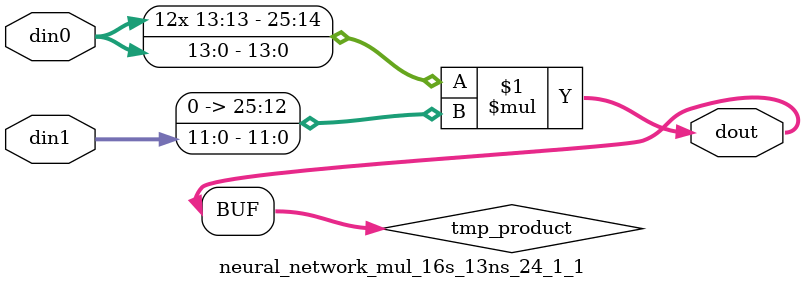
<source format=v>

`timescale 1 ns / 1 ps

  module neural_network_mul_16s_13ns_24_1_1(din0, din1, dout);
parameter ID = 1;
parameter NUM_STAGE = 0;
parameter din0_WIDTH = 14;
parameter din1_WIDTH = 12;
parameter dout_WIDTH = 26;

input [din0_WIDTH - 1 : 0] din0; 
input [din1_WIDTH - 1 : 0] din1; 
output [dout_WIDTH - 1 : 0] dout;

wire signed [dout_WIDTH - 1 : 0] tmp_product;












assign tmp_product = $signed(din0) * $signed({1'b0, din1});









assign dout = tmp_product;







endmodule

</source>
